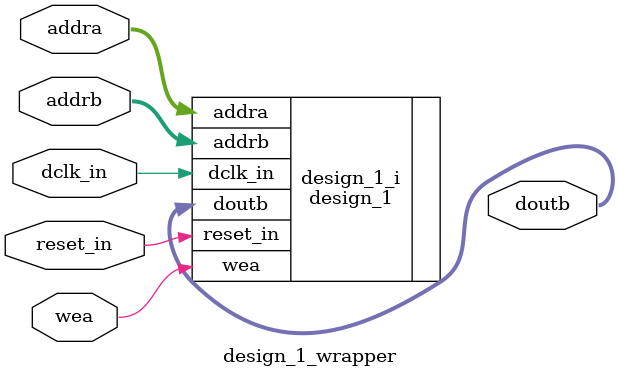
<source format=v>
`timescale 1 ps / 1 ps

module design_1_wrapper
   (addra,
    addrb,
    dclk_in,
    doutb,
    reset_in,
    wea);
  input [8:0]addra;
  input [8:0]addrb;
  input dclk_in;
  output [11:0]doutb;
  input reset_in;
  input [0:0]wea;

  wire [8:0]addra;
  wire [8:0]addrb;
  wire dclk_in;
  wire [11:0]doutb;
  wire reset_in;
  wire [0:0]wea;

  design_1 design_1_i
       (.addra(addra),
        .addrb(addrb),
        .dclk_in(dclk_in),
        .doutb(doutb),
        .reset_in(reset_in),
        .wea(wea));
endmodule

</source>
